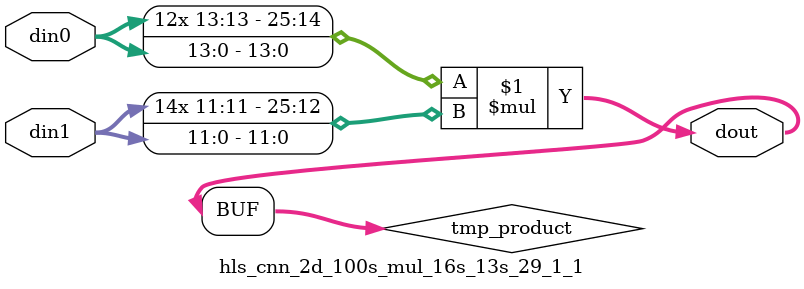
<source format=v>

`timescale 1 ns / 1 ps

  module hls_cnn_2d_100s_mul_16s_13s_29_1_1(din0, din1, dout);
parameter ID = 1;
parameter NUM_STAGE = 0;
parameter din0_WIDTH = 14;
parameter din1_WIDTH = 12;
parameter dout_WIDTH = 26;

input [din0_WIDTH - 1 : 0] din0; 
input [din1_WIDTH - 1 : 0] din1; 
output [dout_WIDTH - 1 : 0] dout;

wire signed [dout_WIDTH - 1 : 0] tmp_product;













assign tmp_product = $signed(din0) * $signed(din1);








assign dout = tmp_product;







endmodule

</source>
